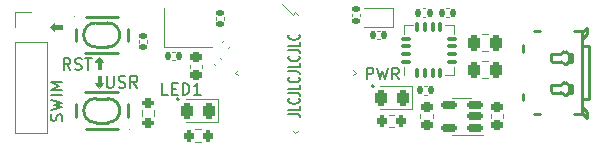
<source format=gto>
G04 #@! TF.GenerationSoftware,KiCad,Pcbnew,7.0.7*
G04 #@! TF.CreationDate,2023-09-06T15:40:30-04:00*
G04 #@! TF.ProjectId,stm8l151k6t6_board,73746d38-6c31-4353-916b-3674365f626f,rev?*
G04 #@! TF.SameCoordinates,Original*
G04 #@! TF.FileFunction,Legend,Top*
G04 #@! TF.FilePolarity,Positive*
%FSLAX46Y46*%
G04 Gerber Fmt 4.6, Leading zero omitted, Abs format (unit mm)*
G04 Created by KiCad (PCBNEW 7.0.7) date 2023-09-06 15:40:30*
%MOMM*%
%LPD*%
G01*
G04 APERTURE LIST*
G04 Aperture macros list*
%AMRoundRect*
0 Rectangle with rounded corners*
0 $1 Rounding radius*
0 $2 $3 $4 $5 $6 $7 $8 $9 X,Y pos of 4 corners*
0 Add a 4 corners polygon primitive as box body*
4,1,4,$2,$3,$4,$5,$6,$7,$8,$9,$2,$3,0*
0 Add four circle primitives for the rounded corners*
1,1,$1+$1,$2,$3*
1,1,$1+$1,$4,$5*
1,1,$1+$1,$6,$7*
1,1,$1+$1,$8,$9*
0 Add four rect primitives between the rounded corners*
20,1,$1+$1,$2,$3,$4,$5,0*
20,1,$1+$1,$4,$5,$6,$7,0*
20,1,$1+$1,$6,$7,$8,$9,0*
20,1,$1+$1,$8,$9,$2,$3,0*%
G04 Aperture macros list end*
%ADD10C,0.100000*%
%ADD11C,0.186803*%
%ADD12C,0.150000*%
%ADD13C,0.160000*%
%ADD14C,0.120000*%
%ADD15C,0.254000*%
%ADD16C,0.059995*%
%ADD17RoundRect,0.140000X-0.140000X-0.170000X0.140000X-0.170000X0.140000X0.170000X-0.140000X0.170000X0*%
%ADD18RoundRect,0.150000X0.512500X0.150000X-0.512500X0.150000X-0.512500X-0.150000X0.512500X-0.150000X0*%
%ADD19RoundRect,0.225000X0.250000X-0.225000X0.250000X0.225000X-0.250000X0.225000X-0.250000X-0.225000X0*%
%ADD20R,1.400000X1.200000*%
%ADD21RoundRect,0.250000X0.262500X0.450000X-0.262500X0.450000X-0.262500X-0.450000X0.262500X-0.450000X0*%
%ADD22RoundRect,0.140000X0.170000X-0.140000X0.170000X0.140000X-0.170000X0.140000X-0.170000X-0.140000X0*%
%ADD23RoundRect,0.140000X0.021213X-0.219203X0.219203X-0.021213X-0.021213X0.219203X-0.219203X0.021213X0*%
%ADD24RoundRect,0.200000X0.275000X-0.200000X0.275000X0.200000X-0.275000X0.200000X-0.275000X-0.200000X0*%
%ADD25RoundRect,0.200000X0.200000X0.275000X-0.200000X0.275000X-0.200000X-0.275000X0.200000X-0.275000X0*%
%ADD26C,0.600000*%
%ADD27R,1.350013X0.400000*%
%ADD28R,1.199898X1.600000*%
%ADD29O,2.400000X1.200000*%
%ADD30RoundRect,0.140000X0.140000X0.170000X-0.140000X0.170000X-0.140000X-0.170000X0.140000X-0.170000X0*%
%ADD31RoundRect,0.075000X0.075000X-0.350000X0.075000X0.350000X-0.075000X0.350000X-0.075000X-0.350000X0*%
%ADD32RoundRect,0.075000X0.350000X-0.075000X0.350000X0.075000X-0.350000X0.075000X-0.350000X-0.075000X0*%
%ADD33R,2.100000X2.100000*%
%ADD34RoundRect,0.125000X-0.530330X0.353553X0.353553X-0.530330X0.530330X-0.353553X-0.353553X0.530330X0*%
%ADD35RoundRect,0.125000X-0.530330X-0.353553X-0.353553X-0.530330X0.530330X0.353553X0.353553X0.530330X0*%
%ADD36R,1.050013X0.700000*%
%ADD37RoundRect,0.243750X0.243750X0.456250X-0.243750X0.456250X-0.243750X-0.456250X0.243750X-0.456250X0*%
%ADD38R,0.600000X1.100000*%
%ADD39RoundRect,0.140000X-0.219203X-0.021213X-0.021213X-0.219203X0.219203X0.021213X0.021213X0.219203X0*%
%ADD40RoundRect,0.225000X-0.250000X0.225000X-0.250000X-0.225000X0.250000X-0.225000X0.250000X0.225000X0*%
%ADD41C,2.200000*%
%ADD42R,1.700000X1.700000*%
%ADD43O,1.700000X1.700000*%
%ADD44RoundRect,0.140000X-0.170000X0.140000X-0.170000X-0.140000X0.170000X-0.140000X0.170000X0.140000X0*%
G04 APERTURE END LIST*
D10*
X116600000Y-109000000D02*
X117200000Y-109000000D01*
X117200000Y-109300000D01*
X116600000Y-109300000D01*
X116600000Y-109500000D01*
X116250000Y-109150000D01*
X116600000Y-108800000D01*
X116600000Y-109000000D01*
G36*
X116600000Y-109000000D02*
G01*
X117200000Y-109000000D01*
X117200000Y-109300000D01*
X116600000Y-109300000D01*
X116600000Y-109500000D01*
X116250000Y-109150000D01*
X116600000Y-108800000D01*
X116600000Y-109000000D01*
G37*
X120750000Y-112050000D02*
X120550000Y-112050000D01*
X120550000Y-112650000D01*
X120250000Y-112650000D01*
X120250000Y-112050000D01*
X120050000Y-112050000D01*
X120400000Y-111700000D01*
X120750000Y-112050000D01*
G36*
X120750000Y-112050000D02*
G01*
X120550000Y-112050000D01*
X120550000Y-112650000D01*
X120250000Y-112650000D01*
X120250000Y-112050000D01*
X120050000Y-112050000D01*
X120400000Y-111700000D01*
X120750000Y-112050000D01*
G37*
X120550000Y-113900000D02*
X120750000Y-113900000D01*
X120400000Y-114250000D01*
X120050000Y-113900000D01*
X120250000Y-113900000D01*
X120250000Y-113300000D01*
X120550000Y-113300000D01*
X120550000Y-113900000D01*
G36*
X120550000Y-113900000D02*
G01*
X120750000Y-113900000D01*
X120400000Y-114250000D01*
X120050000Y-113900000D01*
X120250000Y-113900000D01*
X120250000Y-113300000D01*
X120550000Y-113300000D01*
X120550000Y-113900000D01*
G37*
D11*
X127131598Y-115250000D02*
G75*
G03*
X127131598Y-115250000I-93401J0D01*
G01*
X143643401Y-114150000D02*
G75*
G03*
X143643401Y-114150000I-93401J0D01*
G01*
D12*
X126212969Y-114869819D02*
X125736779Y-114869819D01*
X125736779Y-114869819D02*
X125736779Y-113869819D01*
X126546303Y-114346009D02*
X126879636Y-114346009D01*
X127022493Y-114869819D02*
X126546303Y-114869819D01*
X126546303Y-114869819D02*
X126546303Y-113869819D01*
X126546303Y-113869819D02*
X127022493Y-113869819D01*
X127451065Y-114869819D02*
X127451065Y-113869819D01*
X127451065Y-113869819D02*
X127689160Y-113869819D01*
X127689160Y-113869819D02*
X127832017Y-113917438D01*
X127832017Y-113917438D02*
X127927255Y-114012676D01*
X127927255Y-114012676D02*
X127974874Y-114107914D01*
X127974874Y-114107914D02*
X128022493Y-114298390D01*
X128022493Y-114298390D02*
X128022493Y-114441247D01*
X128022493Y-114441247D02*
X127974874Y-114631723D01*
X127974874Y-114631723D02*
X127927255Y-114726961D01*
X127927255Y-114726961D02*
X127832017Y-114822200D01*
X127832017Y-114822200D02*
X127689160Y-114869819D01*
X127689160Y-114869819D02*
X127451065Y-114869819D01*
X128974874Y-114869819D02*
X128403446Y-114869819D01*
X128689160Y-114869819D02*
X128689160Y-113869819D01*
X128689160Y-113869819D02*
X128593922Y-114012676D01*
X128593922Y-114012676D02*
X128498684Y-114107914D01*
X128498684Y-114107914D02*
X128403446Y-114155533D01*
X143036779Y-113569819D02*
X143036779Y-112569819D01*
X143036779Y-112569819D02*
X143417731Y-112569819D01*
X143417731Y-112569819D02*
X143512969Y-112617438D01*
X143512969Y-112617438D02*
X143560588Y-112665057D01*
X143560588Y-112665057D02*
X143608207Y-112760295D01*
X143608207Y-112760295D02*
X143608207Y-112903152D01*
X143608207Y-112903152D02*
X143560588Y-112998390D01*
X143560588Y-112998390D02*
X143512969Y-113046009D01*
X143512969Y-113046009D02*
X143417731Y-113093628D01*
X143417731Y-113093628D02*
X143036779Y-113093628D01*
X143941541Y-112569819D02*
X144179636Y-113569819D01*
X144179636Y-113569819D02*
X144370112Y-112855533D01*
X144370112Y-112855533D02*
X144560588Y-113569819D01*
X144560588Y-113569819D02*
X144798684Y-112569819D01*
X145751064Y-113569819D02*
X145417731Y-113093628D01*
X145179636Y-113569819D02*
X145179636Y-112569819D01*
X145179636Y-112569819D02*
X145560588Y-112569819D01*
X145560588Y-112569819D02*
X145655826Y-112617438D01*
X145655826Y-112617438D02*
X145703445Y-112665057D01*
X145703445Y-112665057D02*
X145751064Y-112760295D01*
X145751064Y-112760295D02*
X145751064Y-112903152D01*
X145751064Y-112903152D02*
X145703445Y-112998390D01*
X145703445Y-112998390D02*
X145655826Y-113046009D01*
X145655826Y-113046009D02*
X145560588Y-113093628D01*
X145560588Y-113093628D02*
X145179636Y-113093628D01*
X121036779Y-113269819D02*
X121036779Y-114079342D01*
X121036779Y-114079342D02*
X121084398Y-114174580D01*
X121084398Y-114174580D02*
X121132017Y-114222200D01*
X121132017Y-114222200D02*
X121227255Y-114269819D01*
X121227255Y-114269819D02*
X121417731Y-114269819D01*
X121417731Y-114269819D02*
X121512969Y-114222200D01*
X121512969Y-114222200D02*
X121560588Y-114174580D01*
X121560588Y-114174580D02*
X121608207Y-114079342D01*
X121608207Y-114079342D02*
X121608207Y-113269819D01*
X122036779Y-114222200D02*
X122179636Y-114269819D01*
X122179636Y-114269819D02*
X122417731Y-114269819D01*
X122417731Y-114269819D02*
X122512969Y-114222200D01*
X122512969Y-114222200D02*
X122560588Y-114174580D01*
X122560588Y-114174580D02*
X122608207Y-114079342D01*
X122608207Y-114079342D02*
X122608207Y-113984104D01*
X122608207Y-113984104D02*
X122560588Y-113888866D01*
X122560588Y-113888866D02*
X122512969Y-113841247D01*
X122512969Y-113841247D02*
X122417731Y-113793628D01*
X122417731Y-113793628D02*
X122227255Y-113746009D01*
X122227255Y-113746009D02*
X122132017Y-113698390D01*
X122132017Y-113698390D02*
X122084398Y-113650771D01*
X122084398Y-113650771D02*
X122036779Y-113555533D01*
X122036779Y-113555533D02*
X122036779Y-113460295D01*
X122036779Y-113460295D02*
X122084398Y-113365057D01*
X122084398Y-113365057D02*
X122132017Y-113317438D01*
X122132017Y-113317438D02*
X122227255Y-113269819D01*
X122227255Y-113269819D02*
X122465350Y-113269819D01*
X122465350Y-113269819D02*
X122608207Y-113317438D01*
X123608207Y-114269819D02*
X123274874Y-113793628D01*
X123036779Y-114269819D02*
X123036779Y-113269819D01*
X123036779Y-113269819D02*
X123417731Y-113269819D01*
X123417731Y-113269819D02*
X123512969Y-113317438D01*
X123512969Y-113317438D02*
X123560588Y-113365057D01*
X123560588Y-113365057D02*
X123608207Y-113460295D01*
X123608207Y-113460295D02*
X123608207Y-113603152D01*
X123608207Y-113603152D02*
X123560588Y-113698390D01*
X123560588Y-113698390D02*
X123512969Y-113746009D01*
X123512969Y-113746009D02*
X123417731Y-113793628D01*
X123417731Y-113793628D02*
X123036779Y-113793628D01*
X117958207Y-112769819D02*
X117624874Y-112293628D01*
X117386779Y-112769819D02*
X117386779Y-111769819D01*
X117386779Y-111769819D02*
X117767731Y-111769819D01*
X117767731Y-111769819D02*
X117862969Y-111817438D01*
X117862969Y-111817438D02*
X117910588Y-111865057D01*
X117910588Y-111865057D02*
X117958207Y-111960295D01*
X117958207Y-111960295D02*
X117958207Y-112103152D01*
X117958207Y-112103152D02*
X117910588Y-112198390D01*
X117910588Y-112198390D02*
X117862969Y-112246009D01*
X117862969Y-112246009D02*
X117767731Y-112293628D01*
X117767731Y-112293628D02*
X117386779Y-112293628D01*
X118339160Y-112722200D02*
X118482017Y-112769819D01*
X118482017Y-112769819D02*
X118720112Y-112769819D01*
X118720112Y-112769819D02*
X118815350Y-112722200D01*
X118815350Y-112722200D02*
X118862969Y-112674580D01*
X118862969Y-112674580D02*
X118910588Y-112579342D01*
X118910588Y-112579342D02*
X118910588Y-112484104D01*
X118910588Y-112484104D02*
X118862969Y-112388866D01*
X118862969Y-112388866D02*
X118815350Y-112341247D01*
X118815350Y-112341247D02*
X118720112Y-112293628D01*
X118720112Y-112293628D02*
X118529636Y-112246009D01*
X118529636Y-112246009D02*
X118434398Y-112198390D01*
X118434398Y-112198390D02*
X118386779Y-112150771D01*
X118386779Y-112150771D02*
X118339160Y-112055533D01*
X118339160Y-112055533D02*
X118339160Y-111960295D01*
X118339160Y-111960295D02*
X118386779Y-111865057D01*
X118386779Y-111865057D02*
X118434398Y-111817438D01*
X118434398Y-111817438D02*
X118529636Y-111769819D01*
X118529636Y-111769819D02*
X118767731Y-111769819D01*
X118767731Y-111769819D02*
X118910588Y-111817438D01*
X119196303Y-111769819D02*
X119767731Y-111769819D01*
X119482017Y-112769819D02*
X119482017Y-111769819D01*
D13*
X136369299Y-116478070D02*
X137083584Y-116478070D01*
X137083584Y-116478070D02*
X137226441Y-116511403D01*
X137226441Y-116511403D02*
X137321680Y-116578070D01*
X137321680Y-116578070D02*
X137369299Y-116678070D01*
X137369299Y-116678070D02*
X137369299Y-116744737D01*
X137369299Y-115811404D02*
X137369299Y-116144737D01*
X137369299Y-116144737D02*
X136369299Y-116144737D01*
X137274060Y-115178070D02*
X137321680Y-115211403D01*
X137321680Y-115211403D02*
X137369299Y-115311403D01*
X137369299Y-115311403D02*
X137369299Y-115378070D01*
X137369299Y-115378070D02*
X137321680Y-115478070D01*
X137321680Y-115478070D02*
X137226441Y-115544737D01*
X137226441Y-115544737D02*
X137131203Y-115578070D01*
X137131203Y-115578070D02*
X136940727Y-115611403D01*
X136940727Y-115611403D02*
X136797870Y-115611403D01*
X136797870Y-115611403D02*
X136607394Y-115578070D01*
X136607394Y-115578070D02*
X136512156Y-115544737D01*
X136512156Y-115544737D02*
X136416918Y-115478070D01*
X136416918Y-115478070D02*
X136369299Y-115378070D01*
X136369299Y-115378070D02*
X136369299Y-115311403D01*
X136369299Y-115311403D02*
X136416918Y-115211403D01*
X136416918Y-115211403D02*
X136464537Y-115178070D01*
X136369299Y-114678070D02*
X137083584Y-114678070D01*
X137083584Y-114678070D02*
X137226441Y-114711403D01*
X137226441Y-114711403D02*
X137321680Y-114778070D01*
X137321680Y-114778070D02*
X137369299Y-114878070D01*
X137369299Y-114878070D02*
X137369299Y-114944737D01*
X137369299Y-114011404D02*
X137369299Y-114344737D01*
X137369299Y-114344737D02*
X136369299Y-114344737D01*
X137274060Y-113378070D02*
X137321680Y-113411403D01*
X137321680Y-113411403D02*
X137369299Y-113511403D01*
X137369299Y-113511403D02*
X137369299Y-113578070D01*
X137369299Y-113578070D02*
X137321680Y-113678070D01*
X137321680Y-113678070D02*
X137226441Y-113744737D01*
X137226441Y-113744737D02*
X137131203Y-113778070D01*
X137131203Y-113778070D02*
X136940727Y-113811403D01*
X136940727Y-113811403D02*
X136797870Y-113811403D01*
X136797870Y-113811403D02*
X136607394Y-113778070D01*
X136607394Y-113778070D02*
X136512156Y-113744737D01*
X136512156Y-113744737D02*
X136416918Y-113678070D01*
X136416918Y-113678070D02*
X136369299Y-113578070D01*
X136369299Y-113578070D02*
X136369299Y-113511403D01*
X136369299Y-113511403D02*
X136416918Y-113411403D01*
X136416918Y-113411403D02*
X136464537Y-113378070D01*
X136369299Y-112878070D02*
X137083584Y-112878070D01*
X137083584Y-112878070D02*
X137226441Y-112911403D01*
X137226441Y-112911403D02*
X137321680Y-112978070D01*
X137321680Y-112978070D02*
X137369299Y-113078070D01*
X137369299Y-113078070D02*
X137369299Y-113144737D01*
X137369299Y-112211404D02*
X137369299Y-112544737D01*
X137369299Y-112544737D02*
X136369299Y-112544737D01*
X137274060Y-111578070D02*
X137321680Y-111611403D01*
X137321680Y-111611403D02*
X137369299Y-111711403D01*
X137369299Y-111711403D02*
X137369299Y-111778070D01*
X137369299Y-111778070D02*
X137321680Y-111878070D01*
X137321680Y-111878070D02*
X137226441Y-111944737D01*
X137226441Y-111944737D02*
X137131203Y-111978070D01*
X137131203Y-111978070D02*
X136940727Y-112011403D01*
X136940727Y-112011403D02*
X136797870Y-112011403D01*
X136797870Y-112011403D02*
X136607394Y-111978070D01*
X136607394Y-111978070D02*
X136512156Y-111944737D01*
X136512156Y-111944737D02*
X136416918Y-111878070D01*
X136416918Y-111878070D02*
X136369299Y-111778070D01*
X136369299Y-111778070D02*
X136369299Y-111711403D01*
X136369299Y-111711403D02*
X136416918Y-111611403D01*
X136416918Y-111611403D02*
X136464537Y-111578070D01*
X136369299Y-111078070D02*
X137083584Y-111078070D01*
X137083584Y-111078070D02*
X137226441Y-111111403D01*
X137226441Y-111111403D02*
X137321680Y-111178070D01*
X137321680Y-111178070D02*
X137369299Y-111278070D01*
X137369299Y-111278070D02*
X137369299Y-111344737D01*
X137369299Y-110411404D02*
X137369299Y-110744737D01*
X137369299Y-110744737D02*
X136369299Y-110744737D01*
X137274060Y-109778070D02*
X137321680Y-109811403D01*
X137321680Y-109811403D02*
X137369299Y-109911403D01*
X137369299Y-109911403D02*
X137369299Y-109978070D01*
X137369299Y-109978070D02*
X137321680Y-110078070D01*
X137321680Y-110078070D02*
X137226441Y-110144737D01*
X137226441Y-110144737D02*
X137131203Y-110178070D01*
X137131203Y-110178070D02*
X136940727Y-110211403D01*
X136940727Y-110211403D02*
X136797870Y-110211403D01*
X136797870Y-110211403D02*
X136607394Y-110178070D01*
X136607394Y-110178070D02*
X136512156Y-110144737D01*
X136512156Y-110144737D02*
X136416918Y-110078070D01*
X136416918Y-110078070D02*
X136369299Y-109978070D01*
X136369299Y-109978070D02*
X136369299Y-109911403D01*
X136369299Y-109911403D02*
X136416918Y-109811403D01*
X136416918Y-109811403D02*
X136464537Y-109778070D01*
D12*
X117222200Y-117060839D02*
X117269819Y-116917982D01*
X117269819Y-116917982D02*
X117269819Y-116679887D01*
X117269819Y-116679887D02*
X117222200Y-116584649D01*
X117222200Y-116584649D02*
X117174580Y-116537030D01*
X117174580Y-116537030D02*
X117079342Y-116489411D01*
X117079342Y-116489411D02*
X116984104Y-116489411D01*
X116984104Y-116489411D02*
X116888866Y-116537030D01*
X116888866Y-116537030D02*
X116841247Y-116584649D01*
X116841247Y-116584649D02*
X116793628Y-116679887D01*
X116793628Y-116679887D02*
X116746009Y-116870363D01*
X116746009Y-116870363D02*
X116698390Y-116965601D01*
X116698390Y-116965601D02*
X116650771Y-117013220D01*
X116650771Y-117013220D02*
X116555533Y-117060839D01*
X116555533Y-117060839D02*
X116460295Y-117060839D01*
X116460295Y-117060839D02*
X116365057Y-117013220D01*
X116365057Y-117013220D02*
X116317438Y-116965601D01*
X116317438Y-116965601D02*
X116269819Y-116870363D01*
X116269819Y-116870363D02*
X116269819Y-116632268D01*
X116269819Y-116632268D02*
X116317438Y-116489411D01*
X116269819Y-116156077D02*
X117269819Y-115917982D01*
X117269819Y-115917982D02*
X116555533Y-115727506D01*
X116555533Y-115727506D02*
X117269819Y-115537030D01*
X117269819Y-115537030D02*
X116269819Y-115298935D01*
X117269819Y-114917982D02*
X116269819Y-114917982D01*
X117269819Y-114441792D02*
X116269819Y-114441792D01*
X116269819Y-114441792D02*
X116984104Y-114108459D01*
X116984104Y-114108459D02*
X116269819Y-113775126D01*
X116269819Y-113775126D02*
X117269819Y-113775126D01*
D14*
X143942164Y-109440000D02*
X144157836Y-109440000D01*
X143942164Y-110160000D02*
X144157836Y-110160000D01*
X151100000Y-118260000D02*
X152900000Y-118260000D01*
X151100000Y-118260000D02*
X150300000Y-118260000D01*
X151100000Y-115140000D02*
X151900000Y-115140000D01*
X151100000Y-115140000D02*
X150300000Y-115140000D01*
X128040000Y-112590580D02*
X128040000Y-112309420D01*
X129060000Y-112590580D02*
X129060000Y-112309420D01*
X125900000Y-107550000D02*
X125900000Y-110850000D01*
X125900000Y-110850000D02*
X129900000Y-110850000D01*
X153277064Y-113485000D02*
X152822936Y-113485000D01*
X153277064Y-112015000D02*
X152822936Y-112015000D01*
X123740076Y-110482766D02*
X123740076Y-110267094D01*
X124460076Y-110482766D02*
X124460076Y-110267094D01*
X130819190Y-110371693D02*
X130971693Y-110219190D01*
X131328307Y-110880810D02*
X131480810Y-110728307D01*
X123977500Y-116637258D02*
X123977500Y-116162742D01*
X125022500Y-116637258D02*
X125022500Y-116162742D01*
X129012258Y-118847500D02*
X128537742Y-118847500D01*
X129012258Y-117802500D02*
X128537742Y-117802500D01*
D15*
X161697955Y-116809881D02*
X161697955Y-116301880D01*
X157697193Y-116499822D02*
X157205982Y-116499822D01*
X161279921Y-116499822D02*
X160552642Y-116499822D01*
X161279921Y-116499822D02*
X161387770Y-116499822D01*
X161279921Y-116499822D02*
X161279921Y-109499797D01*
X161387770Y-116499822D02*
X161697955Y-116809881D01*
X161697955Y-116301880D02*
X161697955Y-116289230D01*
X161697955Y-116289230D02*
X161279921Y-115871222D01*
X156249898Y-115318618D02*
X156249898Y-114777877D01*
X161459881Y-115239929D02*
X161877965Y-115239929D01*
X161877965Y-115239929D02*
X161877965Y-110733223D01*
X159981699Y-114854102D02*
X159727699Y-114854102D01*
X160083350Y-114752527D02*
X160083350Y-114676302D01*
X159524498Y-114676302D02*
X158762497Y-114676302D01*
X160083350Y-114676302D02*
X160134074Y-114676302D01*
X160134074Y-114676302D02*
X160210351Y-114676302D01*
X160210351Y-114676302D02*
X160438926Y-114676302D01*
X160438926Y-114676302D02*
X160438926Y-114015875D01*
X158660922Y-114574727D02*
X158660922Y-114117526D01*
X158762497Y-114015875D02*
X159524498Y-114015875D01*
X160083350Y-114015875D02*
X160134074Y-114015875D01*
X160134074Y-114015875D02*
X160134074Y-114676302D01*
X160210351Y-114015875D02*
X160210351Y-114676302D01*
X160210351Y-114015875D02*
X160134074Y-114015875D01*
X160438926Y-114015875D02*
X160210351Y-114015875D01*
X160083350Y-113939726D02*
X160083350Y-114015875D01*
X159727699Y-113838100D02*
X159981699Y-113838100D01*
X159981699Y-112237871D02*
X159727699Y-112237871D01*
X160083350Y-112136297D02*
X160083350Y-112060097D01*
X159524498Y-112060097D02*
X158762497Y-112060097D01*
X160083350Y-112060097D02*
X160134074Y-112060097D01*
X160134074Y-112060097D02*
X160210351Y-112060097D01*
X160210351Y-112060097D02*
X160438926Y-112060097D01*
X160438926Y-112060097D02*
X160438926Y-111399721D01*
X158660922Y-111958522D02*
X158660922Y-111501295D01*
X158762497Y-111399721D02*
X159524498Y-111399721D01*
X160083350Y-111399721D02*
X160134074Y-111399721D01*
X160134074Y-111399721D02*
X160134074Y-112060097D01*
X160210351Y-111399721D02*
X160210351Y-112060097D01*
X160210351Y-111399721D02*
X160134074Y-111399721D01*
X160438926Y-111399721D02*
X160210351Y-111399721D01*
X160083350Y-111323520D02*
X160083350Y-111399721D01*
X156249898Y-111221869D02*
X156249898Y-110681128D01*
X159727699Y-111221869D02*
X159981699Y-111221869D01*
X161877965Y-110733223D02*
X161459881Y-110733223D01*
X161697955Y-109710262D02*
X161279921Y-110128296D01*
X161697955Y-109697612D02*
X161697955Y-109710262D01*
X157697193Y-109499797D02*
X157205982Y-109499797D01*
X161279921Y-109499797D02*
X160552718Y-109499797D01*
X161279921Y-109499797D02*
X161387770Y-109499797D01*
X161387770Y-109499797D02*
X161697955Y-109189611D01*
X161697955Y-109189611D02*
X161697955Y-109697612D01*
X159622263Y-114750902D02*
G75*
G03*
X159722263Y-114850902I100078J78D01*
G01*
X159971260Y-114848895D02*
G75*
G03*
X160071285Y-114748895I-51J100076D01*
G01*
X159621272Y-114760883D02*
G75*
G03*
X159522263Y-114674041I-98975J-12981D01*
G01*
X158671285Y-114573889D02*
G75*
G03*
X158771285Y-114673889I100078J78D01*
G01*
X158771286Y-114023902D02*
G75*
G03*
X158671285Y-114123901I75J-100076D01*
G01*
X159722263Y-113849886D02*
G75*
G03*
X159622263Y-113949886I78J-100078D01*
G01*
X159522263Y-114023900D02*
G75*
G03*
X159621500Y-113935890I-108J100075D01*
G01*
X160070270Y-113947905D02*
G75*
G03*
X159970269Y-113847904I-100077J-76D01*
G01*
X159622264Y-112134696D02*
G75*
G03*
X159722263Y-112234696I100076J76D01*
G01*
X159971260Y-112232685D02*
G75*
G03*
X160071285Y-112132690I-60J100085D01*
G01*
X159621268Y-112144679D02*
G75*
G03*
X159522263Y-112057836I-98968J-12971D01*
G01*
X158671286Y-111957683D02*
G75*
G03*
X158771285Y-112057684I100074J73D01*
G01*
X158771285Y-111407685D02*
G75*
G03*
X158671285Y-111507696I115J-100115D01*
G01*
X159722265Y-111233762D02*
G75*
G03*
X159622263Y-111333680I1735J-101738D01*
G01*
X159522263Y-111407645D02*
G75*
G03*
X159621501Y-111319685I-163J100145D01*
G01*
X160070271Y-111331699D02*
G75*
G03*
X159970269Y-111231699I-100121J-121D01*
G01*
D16*
X155979895Y-116999949D02*
G75*
G03*
X155979895Y-116999949I-29997J0D01*
G01*
D14*
X148007836Y-108260000D02*
X147792164Y-108260000D01*
X148007836Y-107540000D02*
X147792164Y-107540000D01*
X149792164Y-107540000D02*
X150007836Y-107540000D01*
X149792164Y-108260000D02*
X150007836Y-108260000D01*
X126592164Y-111240000D02*
X126807836Y-111240000D01*
X126592164Y-111960000D02*
X126807836Y-111960000D01*
X150410000Y-113210000D02*
X149685000Y-113210000D01*
X146190000Y-112485000D02*
X146190000Y-113210000D01*
X150410000Y-112485000D02*
X150410000Y-113210000D01*
X146190000Y-109715000D02*
X146190000Y-108990000D01*
X150410000Y-109715000D02*
X150410000Y-108990000D01*
X146190000Y-108990000D02*
X146915000Y-108990000D01*
X150410000Y-108990000D02*
X149685000Y-108990000D01*
X137000000Y-107894689D02*
X136787868Y-108106821D01*
X136787868Y-108106821D02*
X135858023Y-107176976D01*
X131894689Y-113000000D02*
X132106821Y-112787868D01*
X137212132Y-108106821D02*
X137000000Y-107894689D01*
X132106821Y-113212132D02*
X131894689Y-113000000D01*
X141893179Y-112787868D02*
X142105311Y-113000000D01*
X136787868Y-117893179D02*
X137000000Y-118105311D01*
X142105311Y-113000000D02*
X141893179Y-113212132D01*
X137000000Y-118105311D02*
X137212132Y-117893179D01*
X147590000Y-116790580D02*
X147590000Y-116509420D01*
X148610000Y-116790580D02*
X148610000Y-116509420D01*
X141790000Y-108207836D02*
X141790000Y-107992164D01*
X142510000Y-108207836D02*
X142510000Y-107992164D01*
D15*
X122799898Y-116743815D02*
X122799898Y-115656185D01*
X121981102Y-114650089D02*
X119218898Y-114650089D01*
X121108001Y-117216002D02*
X120091999Y-117216002D01*
X121108001Y-115183998D02*
X120091999Y-115183998D01*
X119233579Y-117723876D02*
X121966421Y-117723876D01*
X118400102Y-116743815D02*
X118400102Y-115656185D01*
X121108001Y-117216002D02*
G75*
G03*
X121108001Y-115183998I0J1016002D01*
G01*
X120091999Y-115183998D02*
G75*
G03*
X120091999Y-117216002I0J-1016002D01*
G01*
D16*
X122929947Y-117799949D02*
G75*
G03*
X122929947Y-117799949I-29972J0D01*
G01*
D14*
X153277064Y-111185000D02*
X152822936Y-111185000D01*
X153277064Y-109715000D02*
X152822936Y-109715000D01*
X146835000Y-116060000D02*
X146835000Y-114140000D01*
X146835000Y-114140000D02*
X144150000Y-114140000D01*
X144150000Y-116060000D02*
X146835000Y-116060000D01*
X145250000Y-109100000D02*
X145250000Y-107500000D01*
X145250000Y-107500000D02*
X142850000Y-107500000D01*
X142850000Y-109100000D02*
X145250000Y-109100000D01*
X130578307Y-111719190D02*
X130730810Y-111871693D01*
X130069190Y-112228307D02*
X130221693Y-112380810D01*
X154610000Y-116509420D02*
X154610000Y-116790580D01*
X153590000Y-116509420D02*
X153590000Y-116790580D01*
X145387258Y-117622500D02*
X144912742Y-117622500D01*
X145387258Y-116577500D02*
X144912742Y-116577500D01*
X147892164Y-114140000D02*
X148107836Y-114140000D01*
X147892164Y-114860000D02*
X148107836Y-114860000D01*
D15*
X118400102Y-109256185D02*
X118400102Y-110343815D01*
X119218898Y-111349911D02*
X121981102Y-111349911D01*
X120091999Y-108783998D02*
X121108001Y-108783998D01*
X120091999Y-110816002D02*
X121108001Y-110816002D01*
X121966421Y-108276124D02*
X119233579Y-108276124D01*
X122799898Y-109256185D02*
X122799898Y-110343815D01*
X120091999Y-108783998D02*
G75*
G03*
X120091999Y-110816002I0J-1016002D01*
G01*
X121108001Y-110816002D02*
G75*
G03*
X121108001Y-108783998I0J1016002D01*
G01*
D16*
X118329997Y-108200051D02*
G75*
G03*
X118329997Y-108200051I-29972J0D01*
G01*
D14*
X113270000Y-107820000D02*
X114600000Y-107820000D01*
X113270000Y-109150000D02*
X113270000Y-107820000D01*
X113270000Y-110420000D02*
X113270000Y-118100000D01*
X113270000Y-110420000D02*
X115930000Y-110420000D01*
X113270000Y-118100000D02*
X115930000Y-118100000D01*
X115930000Y-110420000D02*
X115930000Y-118100000D01*
X130960000Y-108292164D02*
X130960000Y-108507836D01*
X130240000Y-108292164D02*
X130240000Y-108507836D01*
X130460000Y-117185000D02*
X130460000Y-115265000D01*
X130460000Y-115265000D02*
X127775000Y-115265000D01*
X127775000Y-117185000D02*
X130460000Y-117185000D01*
%LPC*%
D17*
X143570000Y-109800000D03*
X144530000Y-109800000D03*
D18*
X152237500Y-117650000D03*
X152237500Y-116700000D03*
X152237500Y-115750000D03*
X149962500Y-115750000D03*
X149962500Y-117650000D03*
D19*
X128550000Y-113225000D03*
X128550000Y-111675000D03*
D20*
X126800000Y-110050000D03*
X129000000Y-110050000D03*
X129000000Y-108350000D03*
X126800000Y-108350000D03*
D21*
X153962500Y-112750000D03*
X152137500Y-112750000D03*
D22*
X124100076Y-110854930D03*
X124100076Y-109894930D03*
D23*
X130810589Y-110889411D03*
X131489411Y-110210589D03*
D24*
X124500000Y-117225000D03*
X124500000Y-115575000D03*
D25*
X129600000Y-118325000D03*
X127950000Y-118325000D03*
D26*
X156984315Y-115000000D03*
X156984315Y-111000000D03*
D27*
X156449898Y-114270003D03*
X156449898Y-113619761D03*
X156449898Y-112969520D03*
X156449898Y-112319279D03*
X156449898Y-111669037D03*
D28*
X156374968Y-116249936D03*
X156374968Y-109750064D03*
D29*
X159125032Y-116575057D03*
X159125032Y-109424943D03*
D30*
X148380000Y-107900000D03*
X147420000Y-107900000D03*
D17*
X149420000Y-107900000D03*
X150380000Y-107900000D03*
X126220000Y-111600000D03*
X127180000Y-111600000D03*
D31*
X147325000Y-113050000D03*
X147975000Y-113050000D03*
X148625000Y-113050000D03*
X149275000Y-113050000D03*
D32*
X150250000Y-112075000D03*
X150250000Y-111425000D03*
X150250000Y-110775000D03*
X150250000Y-110125000D03*
D31*
X149275000Y-109150000D03*
X148625000Y-109150000D03*
X147975000Y-109150000D03*
X147325000Y-109150000D03*
D32*
X146350000Y-110125000D03*
X146350000Y-110775000D03*
X146350000Y-111425000D03*
X146350000Y-112075000D03*
D33*
X148300000Y-111100000D03*
D34*
X136027728Y-108067930D03*
X135462043Y-108633616D03*
X134896357Y-109199301D03*
X134330672Y-109764986D03*
X133764986Y-110330672D03*
X133199301Y-110896357D03*
X132633616Y-111462043D03*
X132067930Y-112027728D03*
D35*
X132067930Y-113972272D03*
X132633616Y-114537957D03*
X133199301Y-115103643D03*
X133764986Y-115669328D03*
X134330672Y-116235014D03*
X134896357Y-116800699D03*
X135462043Y-117366384D03*
X136027728Y-117932070D03*
D34*
X137972272Y-117932070D03*
X138537957Y-117366384D03*
X139103643Y-116800699D03*
X139669328Y-116235014D03*
X140235014Y-115669328D03*
X140800699Y-115103643D03*
X141366384Y-114537957D03*
X141932070Y-113972272D03*
D35*
X141932070Y-112027728D03*
X141366384Y-111462043D03*
X140800699Y-110896357D03*
X140235014Y-110330672D03*
X139669328Y-109764986D03*
X139103643Y-109199301D03*
X138537957Y-108633616D03*
X137972272Y-108067930D03*
D19*
X148100000Y-117425000D03*
X148100000Y-115875000D03*
D22*
X142150000Y-108580000D03*
X142150000Y-107620000D03*
D36*
X122700076Y-117274930D03*
X118499924Y-117274930D03*
X122700076Y-115125070D03*
X118499924Y-115125070D03*
D21*
X153962500Y-110450000D03*
X152137500Y-110450000D03*
D37*
X146087500Y-115100000D03*
X144212500Y-115100000D03*
D38*
X144750000Y-108300000D03*
X143350000Y-108300000D03*
D39*
X130060589Y-111710589D03*
X130739411Y-112389411D03*
D40*
X154100000Y-115875000D03*
X154100000Y-117425000D03*
D41*
X114500000Y-120500000D03*
X114500000Y-105500000D03*
D25*
X145975000Y-117100000D03*
X144325000Y-117100000D03*
D17*
X147520000Y-114500000D03*
X148480000Y-114500000D03*
D36*
X118499924Y-108725070D03*
X122700076Y-108725070D03*
X118499924Y-110874930D03*
X122700076Y-110874930D03*
D41*
X159500000Y-105500000D03*
X159500000Y-120500000D03*
D42*
X114600000Y-109150000D03*
D43*
X114600000Y-111690000D03*
X114600000Y-114230000D03*
X114600000Y-116770000D03*
D44*
X130600000Y-107920000D03*
X130600000Y-108880000D03*
D37*
X129712500Y-116225000D03*
X127837500Y-116225000D03*
D42*
X156050000Y-120600000D03*
D43*
X153510000Y-120600000D03*
X150970000Y-120600000D03*
X148430000Y-120600000D03*
X145890000Y-120600000D03*
X143350000Y-120600000D03*
X140810000Y-120600000D03*
X138270000Y-120600000D03*
X135730000Y-120600000D03*
X133190000Y-120600000D03*
X130650000Y-120600000D03*
X128110000Y-120600000D03*
X125570000Y-120600000D03*
X123030000Y-120600000D03*
X120490000Y-120600000D03*
X117950000Y-120600000D03*
D42*
X156050000Y-105380000D03*
D43*
X153510000Y-105380000D03*
X150970000Y-105380000D03*
X148430000Y-105380000D03*
X145890000Y-105380000D03*
X143350000Y-105380000D03*
X140810000Y-105380000D03*
X138270000Y-105380000D03*
X135730000Y-105380000D03*
X133190000Y-105380000D03*
X130650000Y-105380000D03*
X128110000Y-105380000D03*
X125570000Y-105380000D03*
X123030000Y-105380000D03*
X120490000Y-105380000D03*
X117950000Y-105380000D03*
%LPD*%
M02*

</source>
